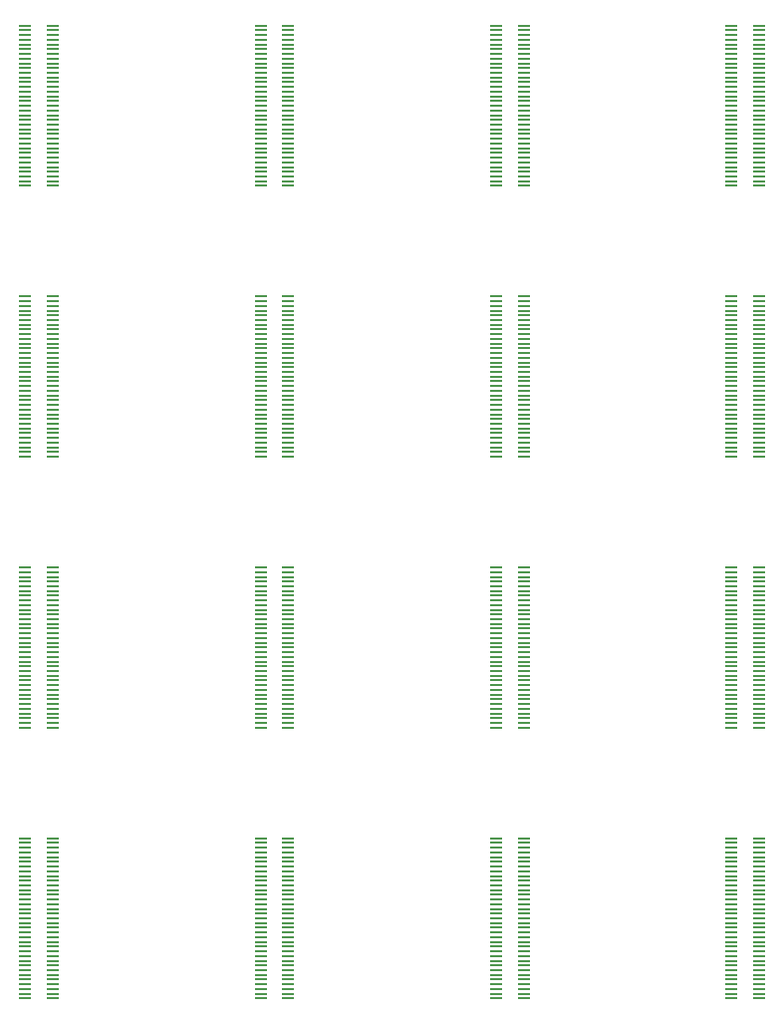
<source format=gbr>
G04 EAGLE Gerber RS-274X export*
G75*
%MOMM*%
%FSLAX34Y34*%
%LPD*%
%INSolderpaste Top*%
%IPPOS*%
%AMOC8*
5,1,8,0,0,1.08239X$1,22.5*%
G01*
%ADD10R,1.140000X0.200000*%


D10*
X211700Y288000D03*
X211700Y284000D03*
X211700Y280000D03*
X211700Y276000D03*
X211700Y272000D03*
X211700Y268000D03*
X211700Y264000D03*
X211700Y260000D03*
X211700Y256000D03*
X211700Y252000D03*
X211700Y248000D03*
X211700Y244000D03*
X211700Y240000D03*
X211700Y236000D03*
X211700Y232000D03*
X211700Y228000D03*
X211700Y224000D03*
X211700Y220000D03*
X211700Y216000D03*
X211700Y212000D03*
X211700Y208000D03*
X211700Y204000D03*
X211700Y200000D03*
X211700Y196000D03*
X211700Y192000D03*
X211700Y188000D03*
X211700Y184000D03*
X211700Y180000D03*
X211700Y176000D03*
X211700Y172000D03*
X211700Y168000D03*
X211700Y164000D03*
X211700Y160000D03*
X211700Y156000D03*
X211700Y152000D03*
X188300Y152000D03*
X188300Y156000D03*
X188300Y160000D03*
X188300Y164000D03*
X188300Y168000D03*
X188300Y172000D03*
X188300Y176000D03*
X188300Y180000D03*
X188300Y184000D03*
X188300Y188000D03*
X188300Y192000D03*
X188300Y196000D03*
X188300Y200000D03*
X188300Y204000D03*
X188300Y208000D03*
X188300Y212000D03*
X188300Y216000D03*
X188300Y220000D03*
X188300Y224000D03*
X188300Y228000D03*
X188300Y232000D03*
X188300Y236000D03*
X188300Y240000D03*
X188300Y244000D03*
X188300Y248000D03*
X188300Y252000D03*
X188300Y256000D03*
X188300Y260000D03*
X188300Y264000D03*
X188300Y268000D03*
X188300Y272000D03*
X188300Y276000D03*
X188300Y280000D03*
X188300Y284000D03*
X188300Y288000D03*
X411700Y288000D03*
X411700Y284000D03*
X411700Y280000D03*
X411700Y276000D03*
X411700Y272000D03*
X411700Y268000D03*
X411700Y264000D03*
X411700Y260000D03*
X411700Y256000D03*
X411700Y252000D03*
X411700Y248000D03*
X411700Y244000D03*
X411700Y240000D03*
X411700Y236000D03*
X411700Y232000D03*
X411700Y228000D03*
X411700Y224000D03*
X411700Y220000D03*
X411700Y216000D03*
X411700Y212000D03*
X411700Y208000D03*
X411700Y204000D03*
X411700Y200000D03*
X411700Y196000D03*
X411700Y192000D03*
X411700Y188000D03*
X411700Y184000D03*
X411700Y180000D03*
X411700Y176000D03*
X411700Y172000D03*
X411700Y168000D03*
X411700Y164000D03*
X411700Y160000D03*
X411700Y156000D03*
X411700Y152000D03*
X388300Y152000D03*
X388300Y156000D03*
X388300Y160000D03*
X388300Y164000D03*
X388300Y168000D03*
X388300Y172000D03*
X388300Y176000D03*
X388300Y180000D03*
X388300Y184000D03*
X388300Y188000D03*
X388300Y192000D03*
X388300Y196000D03*
X388300Y200000D03*
X388300Y204000D03*
X388300Y208000D03*
X388300Y212000D03*
X388300Y216000D03*
X388300Y220000D03*
X388300Y224000D03*
X388300Y228000D03*
X388300Y232000D03*
X388300Y236000D03*
X388300Y240000D03*
X388300Y244000D03*
X388300Y248000D03*
X388300Y252000D03*
X388300Y256000D03*
X388300Y260000D03*
X388300Y264000D03*
X388300Y268000D03*
X388300Y272000D03*
X388300Y276000D03*
X388300Y280000D03*
X388300Y284000D03*
X388300Y288000D03*
X611700Y288000D03*
X611700Y284000D03*
X611700Y280000D03*
X611700Y276000D03*
X611700Y272000D03*
X611700Y268000D03*
X611700Y264000D03*
X611700Y260000D03*
X611700Y256000D03*
X611700Y252000D03*
X611700Y248000D03*
X611700Y244000D03*
X611700Y240000D03*
X611700Y236000D03*
X611700Y232000D03*
X611700Y228000D03*
X611700Y224000D03*
X611700Y220000D03*
X611700Y216000D03*
X611700Y212000D03*
X611700Y208000D03*
X611700Y204000D03*
X611700Y200000D03*
X611700Y196000D03*
X611700Y192000D03*
X611700Y188000D03*
X611700Y184000D03*
X611700Y180000D03*
X611700Y176000D03*
X611700Y172000D03*
X611700Y168000D03*
X611700Y164000D03*
X611700Y160000D03*
X611700Y156000D03*
X611700Y152000D03*
X588300Y152000D03*
X588300Y156000D03*
X588300Y160000D03*
X588300Y164000D03*
X588300Y168000D03*
X588300Y172000D03*
X588300Y176000D03*
X588300Y180000D03*
X588300Y184000D03*
X588300Y188000D03*
X588300Y192000D03*
X588300Y196000D03*
X588300Y200000D03*
X588300Y204000D03*
X588300Y208000D03*
X588300Y212000D03*
X588300Y216000D03*
X588300Y220000D03*
X588300Y224000D03*
X588300Y228000D03*
X588300Y232000D03*
X588300Y236000D03*
X588300Y240000D03*
X588300Y244000D03*
X588300Y248000D03*
X588300Y252000D03*
X588300Y256000D03*
X588300Y260000D03*
X588300Y264000D03*
X588300Y268000D03*
X588300Y272000D03*
X588300Y276000D03*
X588300Y280000D03*
X588300Y284000D03*
X588300Y288000D03*
X811700Y288000D03*
X811700Y284000D03*
X811700Y280000D03*
X811700Y276000D03*
X811700Y272000D03*
X811700Y268000D03*
X811700Y264000D03*
X811700Y260000D03*
X811700Y256000D03*
X811700Y252000D03*
X811700Y248000D03*
X811700Y244000D03*
X811700Y240000D03*
X811700Y236000D03*
X811700Y232000D03*
X811700Y228000D03*
X811700Y224000D03*
X811700Y220000D03*
X811700Y216000D03*
X811700Y212000D03*
X811700Y208000D03*
X811700Y204000D03*
X811700Y200000D03*
X811700Y196000D03*
X811700Y192000D03*
X811700Y188000D03*
X811700Y184000D03*
X811700Y180000D03*
X811700Y176000D03*
X811700Y172000D03*
X811700Y168000D03*
X811700Y164000D03*
X811700Y160000D03*
X811700Y156000D03*
X811700Y152000D03*
X788300Y152000D03*
X788300Y156000D03*
X788300Y160000D03*
X788300Y164000D03*
X788300Y168000D03*
X788300Y172000D03*
X788300Y176000D03*
X788300Y180000D03*
X788300Y184000D03*
X788300Y188000D03*
X788300Y192000D03*
X788300Y196000D03*
X788300Y200000D03*
X788300Y204000D03*
X788300Y208000D03*
X788300Y212000D03*
X788300Y216000D03*
X788300Y220000D03*
X788300Y224000D03*
X788300Y228000D03*
X788300Y232000D03*
X788300Y236000D03*
X788300Y240000D03*
X788300Y244000D03*
X788300Y248000D03*
X788300Y252000D03*
X788300Y256000D03*
X788300Y260000D03*
X788300Y264000D03*
X788300Y268000D03*
X788300Y272000D03*
X788300Y276000D03*
X788300Y280000D03*
X788300Y284000D03*
X788300Y288000D03*
X411700Y518000D03*
X411700Y514000D03*
X411700Y510000D03*
X411700Y506000D03*
X411700Y502000D03*
X411700Y498000D03*
X411700Y494000D03*
X411700Y490000D03*
X411700Y486000D03*
X411700Y482000D03*
X411700Y478000D03*
X411700Y474000D03*
X411700Y470000D03*
X411700Y466000D03*
X411700Y462000D03*
X411700Y458000D03*
X411700Y454000D03*
X411700Y450000D03*
X411700Y446000D03*
X411700Y442000D03*
X411700Y438000D03*
X411700Y434000D03*
X411700Y430000D03*
X411700Y426000D03*
X411700Y422000D03*
X411700Y418000D03*
X411700Y414000D03*
X411700Y410000D03*
X411700Y406000D03*
X411700Y402000D03*
X411700Y398000D03*
X411700Y394000D03*
X411700Y390000D03*
X411700Y386000D03*
X411700Y382000D03*
X388300Y382000D03*
X388300Y386000D03*
X388300Y390000D03*
X388300Y394000D03*
X388300Y398000D03*
X388300Y402000D03*
X388300Y406000D03*
X388300Y410000D03*
X388300Y414000D03*
X388300Y418000D03*
X388300Y422000D03*
X388300Y426000D03*
X388300Y430000D03*
X388300Y434000D03*
X388300Y438000D03*
X388300Y442000D03*
X388300Y446000D03*
X388300Y450000D03*
X388300Y454000D03*
X388300Y458000D03*
X388300Y462000D03*
X388300Y466000D03*
X388300Y470000D03*
X388300Y474000D03*
X388300Y478000D03*
X388300Y482000D03*
X388300Y486000D03*
X388300Y490000D03*
X388300Y494000D03*
X388300Y498000D03*
X388300Y502000D03*
X388300Y506000D03*
X388300Y510000D03*
X388300Y514000D03*
X388300Y518000D03*
X611700Y518000D03*
X611700Y514000D03*
X611700Y510000D03*
X611700Y506000D03*
X611700Y502000D03*
X611700Y498000D03*
X611700Y494000D03*
X611700Y490000D03*
X611700Y486000D03*
X611700Y482000D03*
X611700Y478000D03*
X611700Y474000D03*
X611700Y470000D03*
X611700Y466000D03*
X611700Y462000D03*
X611700Y458000D03*
X611700Y454000D03*
X611700Y450000D03*
X611700Y446000D03*
X611700Y442000D03*
X611700Y438000D03*
X611700Y434000D03*
X611700Y430000D03*
X611700Y426000D03*
X611700Y422000D03*
X611700Y418000D03*
X611700Y414000D03*
X611700Y410000D03*
X611700Y406000D03*
X611700Y402000D03*
X611700Y398000D03*
X611700Y394000D03*
X611700Y390000D03*
X611700Y386000D03*
X611700Y382000D03*
X588300Y382000D03*
X588300Y386000D03*
X588300Y390000D03*
X588300Y394000D03*
X588300Y398000D03*
X588300Y402000D03*
X588300Y406000D03*
X588300Y410000D03*
X588300Y414000D03*
X588300Y418000D03*
X588300Y422000D03*
X588300Y426000D03*
X588300Y430000D03*
X588300Y434000D03*
X588300Y438000D03*
X588300Y442000D03*
X588300Y446000D03*
X588300Y450000D03*
X588300Y454000D03*
X588300Y458000D03*
X588300Y462000D03*
X588300Y466000D03*
X588300Y470000D03*
X588300Y474000D03*
X588300Y478000D03*
X588300Y482000D03*
X588300Y486000D03*
X588300Y490000D03*
X588300Y494000D03*
X588300Y498000D03*
X588300Y502000D03*
X588300Y506000D03*
X588300Y510000D03*
X588300Y514000D03*
X588300Y518000D03*
X811700Y518000D03*
X811700Y514000D03*
X811700Y510000D03*
X811700Y506000D03*
X811700Y502000D03*
X811700Y498000D03*
X811700Y494000D03*
X811700Y490000D03*
X811700Y486000D03*
X811700Y482000D03*
X811700Y478000D03*
X811700Y474000D03*
X811700Y470000D03*
X811700Y466000D03*
X811700Y462000D03*
X811700Y458000D03*
X811700Y454000D03*
X811700Y450000D03*
X811700Y446000D03*
X811700Y442000D03*
X811700Y438000D03*
X811700Y434000D03*
X811700Y430000D03*
X811700Y426000D03*
X811700Y422000D03*
X811700Y418000D03*
X811700Y414000D03*
X811700Y410000D03*
X811700Y406000D03*
X811700Y402000D03*
X811700Y398000D03*
X811700Y394000D03*
X811700Y390000D03*
X811700Y386000D03*
X811700Y382000D03*
X788300Y382000D03*
X788300Y386000D03*
X788300Y390000D03*
X788300Y394000D03*
X788300Y398000D03*
X788300Y402000D03*
X788300Y406000D03*
X788300Y410000D03*
X788300Y414000D03*
X788300Y418000D03*
X788300Y422000D03*
X788300Y426000D03*
X788300Y430000D03*
X788300Y434000D03*
X788300Y438000D03*
X788300Y442000D03*
X788300Y446000D03*
X788300Y450000D03*
X788300Y454000D03*
X788300Y458000D03*
X788300Y462000D03*
X788300Y466000D03*
X788300Y470000D03*
X788300Y474000D03*
X788300Y478000D03*
X788300Y482000D03*
X788300Y486000D03*
X788300Y490000D03*
X788300Y494000D03*
X788300Y498000D03*
X788300Y502000D03*
X788300Y506000D03*
X788300Y510000D03*
X788300Y514000D03*
X788300Y518000D03*
X411700Y748000D03*
X411700Y744000D03*
X411700Y740000D03*
X411700Y736000D03*
X411700Y732000D03*
X411700Y728000D03*
X411700Y724000D03*
X411700Y720000D03*
X411700Y716000D03*
X411700Y712000D03*
X411700Y708000D03*
X411700Y704000D03*
X411700Y700000D03*
X411700Y696000D03*
X411700Y692000D03*
X411700Y688000D03*
X411700Y684000D03*
X411700Y680000D03*
X411700Y676000D03*
X411700Y672000D03*
X411700Y668000D03*
X411700Y664000D03*
X411700Y660000D03*
X411700Y656000D03*
X411700Y652000D03*
X411700Y648000D03*
X411700Y644000D03*
X411700Y640000D03*
X411700Y636000D03*
X411700Y632000D03*
X411700Y628000D03*
X411700Y624000D03*
X411700Y620000D03*
X411700Y616000D03*
X411700Y612000D03*
X388300Y612000D03*
X388300Y616000D03*
X388300Y620000D03*
X388300Y624000D03*
X388300Y628000D03*
X388300Y632000D03*
X388300Y636000D03*
X388300Y640000D03*
X388300Y644000D03*
X388300Y648000D03*
X388300Y652000D03*
X388300Y656000D03*
X388300Y660000D03*
X388300Y664000D03*
X388300Y668000D03*
X388300Y672000D03*
X388300Y676000D03*
X388300Y680000D03*
X388300Y684000D03*
X388300Y688000D03*
X388300Y692000D03*
X388300Y696000D03*
X388300Y700000D03*
X388300Y704000D03*
X388300Y708000D03*
X388300Y712000D03*
X388300Y716000D03*
X388300Y720000D03*
X388300Y724000D03*
X388300Y728000D03*
X388300Y732000D03*
X388300Y736000D03*
X388300Y740000D03*
X388300Y744000D03*
X388300Y748000D03*
X611700Y748000D03*
X611700Y744000D03*
X611700Y740000D03*
X611700Y736000D03*
X611700Y732000D03*
X611700Y728000D03*
X611700Y724000D03*
X611700Y720000D03*
X611700Y716000D03*
X611700Y712000D03*
X611700Y708000D03*
X611700Y704000D03*
X611700Y700000D03*
X611700Y696000D03*
X611700Y692000D03*
X611700Y688000D03*
X611700Y684000D03*
X611700Y680000D03*
X611700Y676000D03*
X611700Y672000D03*
X611700Y668000D03*
X611700Y664000D03*
X611700Y660000D03*
X611700Y656000D03*
X611700Y652000D03*
X611700Y648000D03*
X611700Y644000D03*
X611700Y640000D03*
X611700Y636000D03*
X611700Y632000D03*
X611700Y628000D03*
X611700Y624000D03*
X611700Y620000D03*
X611700Y616000D03*
X611700Y612000D03*
X588300Y612000D03*
X588300Y616000D03*
X588300Y620000D03*
X588300Y624000D03*
X588300Y628000D03*
X588300Y632000D03*
X588300Y636000D03*
X588300Y640000D03*
X588300Y644000D03*
X588300Y648000D03*
X588300Y652000D03*
X588300Y656000D03*
X588300Y660000D03*
X588300Y664000D03*
X588300Y668000D03*
X588300Y672000D03*
X588300Y676000D03*
X588300Y680000D03*
X588300Y684000D03*
X588300Y688000D03*
X588300Y692000D03*
X588300Y696000D03*
X588300Y700000D03*
X588300Y704000D03*
X588300Y708000D03*
X588300Y712000D03*
X588300Y716000D03*
X588300Y720000D03*
X588300Y724000D03*
X588300Y728000D03*
X588300Y732000D03*
X588300Y736000D03*
X588300Y740000D03*
X588300Y744000D03*
X588300Y748000D03*
X811700Y748000D03*
X811700Y744000D03*
X811700Y740000D03*
X811700Y736000D03*
X811700Y732000D03*
X811700Y728000D03*
X811700Y724000D03*
X811700Y720000D03*
X811700Y716000D03*
X811700Y712000D03*
X811700Y708000D03*
X811700Y704000D03*
X811700Y700000D03*
X811700Y696000D03*
X811700Y692000D03*
X811700Y688000D03*
X811700Y684000D03*
X811700Y680000D03*
X811700Y676000D03*
X811700Y672000D03*
X811700Y668000D03*
X811700Y664000D03*
X811700Y660000D03*
X811700Y656000D03*
X811700Y652000D03*
X811700Y648000D03*
X811700Y644000D03*
X811700Y640000D03*
X811700Y636000D03*
X811700Y632000D03*
X811700Y628000D03*
X811700Y624000D03*
X811700Y620000D03*
X811700Y616000D03*
X811700Y612000D03*
X788300Y612000D03*
X788300Y616000D03*
X788300Y620000D03*
X788300Y624000D03*
X788300Y628000D03*
X788300Y632000D03*
X788300Y636000D03*
X788300Y640000D03*
X788300Y644000D03*
X788300Y648000D03*
X788300Y652000D03*
X788300Y656000D03*
X788300Y660000D03*
X788300Y664000D03*
X788300Y668000D03*
X788300Y672000D03*
X788300Y676000D03*
X788300Y680000D03*
X788300Y684000D03*
X788300Y688000D03*
X788300Y692000D03*
X788300Y696000D03*
X788300Y700000D03*
X788300Y704000D03*
X788300Y708000D03*
X788300Y712000D03*
X788300Y716000D03*
X788300Y720000D03*
X788300Y724000D03*
X788300Y728000D03*
X788300Y732000D03*
X788300Y736000D03*
X788300Y740000D03*
X788300Y744000D03*
X788300Y748000D03*
X411700Y978000D03*
X411700Y974000D03*
X411700Y970000D03*
X411700Y966000D03*
X411700Y962000D03*
X411700Y958000D03*
X411700Y954000D03*
X411700Y950000D03*
X411700Y946000D03*
X411700Y942000D03*
X411700Y938000D03*
X411700Y934000D03*
X411700Y930000D03*
X411700Y926000D03*
X411700Y922000D03*
X411700Y918000D03*
X411700Y914000D03*
X411700Y910000D03*
X411700Y906000D03*
X411700Y902000D03*
X411700Y898000D03*
X411700Y894000D03*
X411700Y890000D03*
X411700Y886000D03*
X411700Y882000D03*
X411700Y878000D03*
X411700Y874000D03*
X411700Y870000D03*
X411700Y866000D03*
X411700Y862000D03*
X411700Y858000D03*
X411700Y854000D03*
X411700Y850000D03*
X411700Y846000D03*
X411700Y842000D03*
X388300Y842000D03*
X388300Y846000D03*
X388300Y850000D03*
X388300Y854000D03*
X388300Y858000D03*
X388300Y862000D03*
X388300Y866000D03*
X388300Y870000D03*
X388300Y874000D03*
X388300Y878000D03*
X388300Y882000D03*
X388300Y886000D03*
X388300Y890000D03*
X388300Y894000D03*
X388300Y898000D03*
X388300Y902000D03*
X388300Y906000D03*
X388300Y910000D03*
X388300Y914000D03*
X388300Y918000D03*
X388300Y922000D03*
X388300Y926000D03*
X388300Y930000D03*
X388300Y934000D03*
X388300Y938000D03*
X388300Y942000D03*
X388300Y946000D03*
X388300Y950000D03*
X388300Y954000D03*
X388300Y958000D03*
X388300Y962000D03*
X388300Y966000D03*
X388300Y970000D03*
X388300Y974000D03*
X388300Y978000D03*
X611700Y978000D03*
X611700Y974000D03*
X611700Y970000D03*
X611700Y966000D03*
X611700Y962000D03*
X611700Y958000D03*
X611700Y954000D03*
X611700Y950000D03*
X611700Y946000D03*
X611700Y942000D03*
X611700Y938000D03*
X611700Y934000D03*
X611700Y930000D03*
X611700Y926000D03*
X611700Y922000D03*
X611700Y918000D03*
X611700Y914000D03*
X611700Y910000D03*
X611700Y906000D03*
X611700Y902000D03*
X611700Y898000D03*
X611700Y894000D03*
X611700Y890000D03*
X611700Y886000D03*
X611700Y882000D03*
X611700Y878000D03*
X611700Y874000D03*
X611700Y870000D03*
X611700Y866000D03*
X611700Y862000D03*
X611700Y858000D03*
X611700Y854000D03*
X611700Y850000D03*
X611700Y846000D03*
X611700Y842000D03*
X588300Y842000D03*
X588300Y846000D03*
X588300Y850000D03*
X588300Y854000D03*
X588300Y858000D03*
X588300Y862000D03*
X588300Y866000D03*
X588300Y870000D03*
X588300Y874000D03*
X588300Y878000D03*
X588300Y882000D03*
X588300Y886000D03*
X588300Y890000D03*
X588300Y894000D03*
X588300Y898000D03*
X588300Y902000D03*
X588300Y906000D03*
X588300Y910000D03*
X588300Y914000D03*
X588300Y918000D03*
X588300Y922000D03*
X588300Y926000D03*
X588300Y930000D03*
X588300Y934000D03*
X588300Y938000D03*
X588300Y942000D03*
X588300Y946000D03*
X588300Y950000D03*
X588300Y954000D03*
X588300Y958000D03*
X588300Y962000D03*
X588300Y966000D03*
X588300Y970000D03*
X588300Y974000D03*
X588300Y978000D03*
X811700Y978000D03*
X811700Y974000D03*
X811700Y970000D03*
X811700Y966000D03*
X811700Y962000D03*
X811700Y958000D03*
X811700Y954000D03*
X811700Y950000D03*
X811700Y946000D03*
X811700Y942000D03*
X811700Y938000D03*
X811700Y934000D03*
X811700Y930000D03*
X811700Y926000D03*
X811700Y922000D03*
X811700Y918000D03*
X811700Y914000D03*
X811700Y910000D03*
X811700Y906000D03*
X811700Y902000D03*
X811700Y898000D03*
X811700Y894000D03*
X811700Y890000D03*
X811700Y886000D03*
X811700Y882000D03*
X811700Y878000D03*
X811700Y874000D03*
X811700Y870000D03*
X811700Y866000D03*
X811700Y862000D03*
X811700Y858000D03*
X811700Y854000D03*
X811700Y850000D03*
X811700Y846000D03*
X811700Y842000D03*
X788300Y842000D03*
X788300Y846000D03*
X788300Y850000D03*
X788300Y854000D03*
X788300Y858000D03*
X788300Y862000D03*
X788300Y866000D03*
X788300Y870000D03*
X788300Y874000D03*
X788300Y878000D03*
X788300Y882000D03*
X788300Y886000D03*
X788300Y890000D03*
X788300Y894000D03*
X788300Y898000D03*
X788300Y902000D03*
X788300Y906000D03*
X788300Y910000D03*
X788300Y914000D03*
X788300Y918000D03*
X788300Y922000D03*
X788300Y926000D03*
X788300Y930000D03*
X788300Y934000D03*
X788300Y938000D03*
X788300Y942000D03*
X788300Y946000D03*
X788300Y950000D03*
X788300Y954000D03*
X788300Y958000D03*
X788300Y962000D03*
X788300Y966000D03*
X788300Y970000D03*
X788300Y974000D03*
X788300Y978000D03*
X211700Y518000D03*
X211700Y514000D03*
X211700Y510000D03*
X211700Y506000D03*
X211700Y502000D03*
X211700Y498000D03*
X211700Y494000D03*
X211700Y490000D03*
X211700Y486000D03*
X211700Y482000D03*
X211700Y478000D03*
X211700Y474000D03*
X211700Y470000D03*
X211700Y466000D03*
X211700Y462000D03*
X211700Y458000D03*
X211700Y454000D03*
X211700Y450000D03*
X211700Y446000D03*
X211700Y442000D03*
X211700Y438000D03*
X211700Y434000D03*
X211700Y430000D03*
X211700Y426000D03*
X211700Y422000D03*
X211700Y418000D03*
X211700Y414000D03*
X211700Y410000D03*
X211700Y406000D03*
X211700Y402000D03*
X211700Y398000D03*
X211700Y394000D03*
X211700Y390000D03*
X211700Y386000D03*
X211700Y382000D03*
X188300Y382000D03*
X188300Y386000D03*
X188300Y390000D03*
X188300Y394000D03*
X188300Y398000D03*
X188300Y402000D03*
X188300Y406000D03*
X188300Y410000D03*
X188300Y414000D03*
X188300Y418000D03*
X188300Y422000D03*
X188300Y426000D03*
X188300Y430000D03*
X188300Y434000D03*
X188300Y438000D03*
X188300Y442000D03*
X188300Y446000D03*
X188300Y450000D03*
X188300Y454000D03*
X188300Y458000D03*
X188300Y462000D03*
X188300Y466000D03*
X188300Y470000D03*
X188300Y474000D03*
X188300Y478000D03*
X188300Y482000D03*
X188300Y486000D03*
X188300Y490000D03*
X188300Y494000D03*
X188300Y498000D03*
X188300Y502000D03*
X188300Y506000D03*
X188300Y510000D03*
X188300Y514000D03*
X188300Y518000D03*
X211700Y748000D03*
X211700Y744000D03*
X211700Y740000D03*
X211700Y736000D03*
X211700Y732000D03*
X211700Y728000D03*
X211700Y724000D03*
X211700Y720000D03*
X211700Y716000D03*
X211700Y712000D03*
X211700Y708000D03*
X211700Y704000D03*
X211700Y700000D03*
X211700Y696000D03*
X211700Y692000D03*
X211700Y688000D03*
X211700Y684000D03*
X211700Y680000D03*
X211700Y676000D03*
X211700Y672000D03*
X211700Y668000D03*
X211700Y664000D03*
X211700Y660000D03*
X211700Y656000D03*
X211700Y652000D03*
X211700Y648000D03*
X211700Y644000D03*
X211700Y640000D03*
X211700Y636000D03*
X211700Y632000D03*
X211700Y628000D03*
X211700Y624000D03*
X211700Y620000D03*
X211700Y616000D03*
X211700Y612000D03*
X188300Y612000D03*
X188300Y616000D03*
X188300Y620000D03*
X188300Y624000D03*
X188300Y628000D03*
X188300Y632000D03*
X188300Y636000D03*
X188300Y640000D03*
X188300Y644000D03*
X188300Y648000D03*
X188300Y652000D03*
X188300Y656000D03*
X188300Y660000D03*
X188300Y664000D03*
X188300Y668000D03*
X188300Y672000D03*
X188300Y676000D03*
X188300Y680000D03*
X188300Y684000D03*
X188300Y688000D03*
X188300Y692000D03*
X188300Y696000D03*
X188300Y700000D03*
X188300Y704000D03*
X188300Y708000D03*
X188300Y712000D03*
X188300Y716000D03*
X188300Y720000D03*
X188300Y724000D03*
X188300Y728000D03*
X188300Y732000D03*
X188300Y736000D03*
X188300Y740000D03*
X188300Y744000D03*
X188300Y748000D03*
X211700Y978000D03*
X211700Y974000D03*
X211700Y970000D03*
X211700Y966000D03*
X211700Y962000D03*
X211700Y958000D03*
X211700Y954000D03*
X211700Y950000D03*
X211700Y946000D03*
X211700Y942000D03*
X211700Y938000D03*
X211700Y934000D03*
X211700Y930000D03*
X211700Y926000D03*
X211700Y922000D03*
X211700Y918000D03*
X211700Y914000D03*
X211700Y910000D03*
X211700Y906000D03*
X211700Y902000D03*
X211700Y898000D03*
X211700Y894000D03*
X211700Y890000D03*
X211700Y886000D03*
X211700Y882000D03*
X211700Y878000D03*
X211700Y874000D03*
X211700Y870000D03*
X211700Y866000D03*
X211700Y862000D03*
X211700Y858000D03*
X211700Y854000D03*
X211700Y850000D03*
X211700Y846000D03*
X211700Y842000D03*
X188300Y842000D03*
X188300Y846000D03*
X188300Y850000D03*
X188300Y854000D03*
X188300Y858000D03*
X188300Y862000D03*
X188300Y866000D03*
X188300Y870000D03*
X188300Y874000D03*
X188300Y878000D03*
X188300Y882000D03*
X188300Y886000D03*
X188300Y890000D03*
X188300Y894000D03*
X188300Y898000D03*
X188300Y902000D03*
X188300Y906000D03*
X188300Y910000D03*
X188300Y914000D03*
X188300Y918000D03*
X188300Y922000D03*
X188300Y926000D03*
X188300Y930000D03*
X188300Y934000D03*
X188300Y938000D03*
X188300Y942000D03*
X188300Y946000D03*
X188300Y950000D03*
X188300Y954000D03*
X188300Y958000D03*
X188300Y962000D03*
X188300Y966000D03*
X188300Y970000D03*
X188300Y974000D03*
X188300Y978000D03*
M02*

</source>
